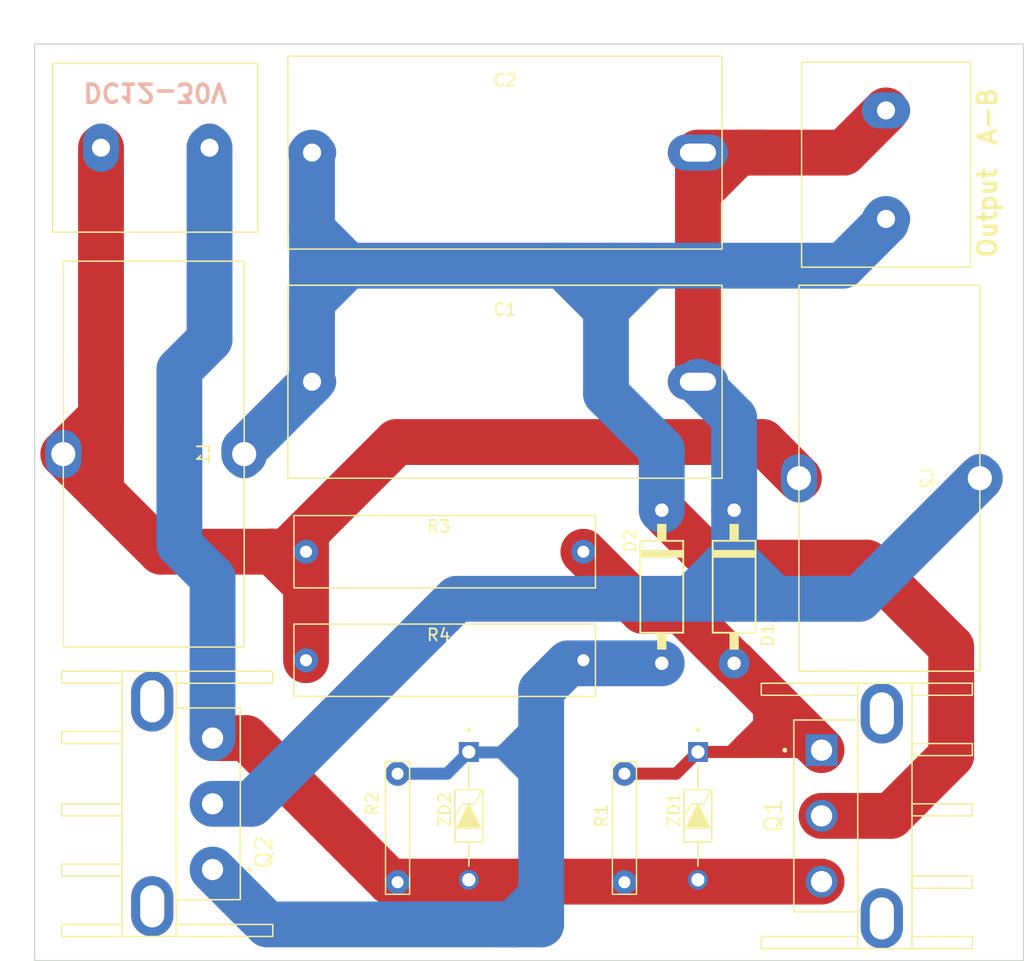
<source format=kicad_pcb>
(kicad_pcb (version 20221018) (generator pcbnew)
  (layers (0 "F.Cu" signal) (31 "B.Cu" signal) (34 "B.Paste" user) (35 "F.Paste" user) (36 "B.SilkS" user "B.Silkscreen") (37 "F.SilkS" user "F.Silkscreen") (38 "B.Mask" user) (39 "F.Mask" user) (44 "Edge.Cuts" user))
  (net 0 "")
  (net 1 "VIN")
  (net 2 "GND")
  (net 3 "Net-(D1-PadA)")
  (net 4 "Net-(D2-PadA)")
  (net 5 "Net-(C1-Pad1)")
  (net 6 "Net-(C1-Pad2)")
  (footprint "FR207:DO15-12" (layer "F.Cu") (at 154.625 105 -90)
    (fp_text reference "D2" (at -3.81 2.625 90) (layer "F.SilkS"))
    (fp_text value "FR207")
    (fp_line (start -3.81 -1.778) (end -3.81 1.778) (stroke (width 0.1524)) (layer "F.SilkS"))
    (fp_line (start -3.81 1.778) (end 3.81 1.778) (stroke (width 0.1524)) (layer "F.SilkS"))
    (fp_line (start 3.81 -1.778) (end -3.81 -1.778) (stroke (width 0.1524)) (layer "F.SilkS"))
    (fp_line (start 3.81 1.778) (end 3.81 -1.778) (stroke (width 0.1524)) (layer "F.SilkS"))
    (fp_poly (pts (xy -5.207 -0.381) (xy -3.81 -0.381) (xy -3.81 0.381) (xy -5.207 0.381)) (stroke (width 0.01)) (fill solid) (layer "F.SilkS"))
    (fp_poly (pts (xy -3.048 -1.778) (xy -2.413 -1.778) (xy -2.413 1.778) (xy -3.048 1.778)) (stroke (width 0.01)) (fill solid) (layer "F.SilkS"))
    (fp_poly (pts (xy 3.81 -0.381) (xy 5.207 -0.381) (xy 5.207 0.381) (xy 3.81 0.381)) (stroke (width 0.01)) (fill solid) (layer "F.SilkS"))
    (pad "A" thru_hole circle (at 6.35 0 270) (size 2.54 2.54) (drill 1.1176) (layers "*.Cu" "*.Mask") (net 4 "Net-(D2-PadA)"))
    (pad "C" thru_hole circle (at -6.35 0 270) (size 2.54 2.54) (drill 1.1176) (layers "*.Cu" "*.Mask") (net 6 "Net-(C1-Pad2)"))
  )
  (footprint "Custom:MKPH_SH_0.3uF" (layer "F.Cu") (at 141.625 100 180)
    (fp_text reference "C1" (at 0 18 unlocked) (layer "F.SilkS"))
    (fp_text value "0.3uF")
    (fp_rect (start -18 4) (end 18 20) (stroke (width 0.12)) (fill none) (layer "F.SilkS"))
    (pad "1" thru_hole oval (at -16 12 180) (size 5 3) (drill oval 3 1.5) (layers "*.Cu" "*.Mask") (net 5 "Net-(C1-Pad1)"))
    (pad "2" thru_hole oval (at 16 12 180) (size 4 3) (drill 1.5) (layers "*.Cu" "*.Mask") (net 6 "Net-(C1-Pad2)"))
  )
  (footprint "IRFP250N:TO545P1590X530X2460-3" (layer "F.Cu") (at 167.875 124 -90)
    (fp_text reference "Q1" (at 0 4 90) (layer "F.SilkS") (effects (font (size 1.4 1.4))))
    (fp_text value "IRFP250N" hide)
    (fp_line (start -7.95 -3) (end 7.95 -3) (stroke (width 0.127)) (layer "F.SilkS"))
    (fp_line (start -7.95 2.3) (end -7.95 -3) (stroke (width 0.127)) (layer "F.SilkS"))
    (fp_line (start 7.95 -3) (end 7.95 2.3) (stroke (width 0.127)) (layer "F.SilkS"))
    (fp_line (start 7.95 2.3) (end -7.95 2.3) (stroke (width 0.127)) (layer "F.SilkS"))
    (fp_rect (start -11 -12.5) (end -10 -7.5) (stroke (width 0.12)) (fill none) (layer "F.SilkS"))
    (fp_rect (start -11 -7.5) (end 11 -3) (stroke (width 0.12)) (fill none) (layer "F.SilkS"))
    (fp_rect (start -10 -3) (end -11 5) (stroke (width 0.12)) (fill none) (layer "F.SilkS"))
    (fp_rect (start -6 -12.5) (end -5 -7.5) (stroke (width 0.12)) (fill none) (layer "F.SilkS"))
    (fp_rect (start -1 -12.5) (end 0 -7.5) (stroke (width 0.12)) (fill none) (layer "F.SilkS"))
    (fp_rect (start 5 -12.5) (end 6 -7.5) (stroke (width 0.12)) (fill none) (layer "F.SilkS"))
    (fp_rect (start 10 -12.5) (end 11 -7.5) (stroke (width 0.12)) (fill none) (layer "F.SilkS"))
    (fp_rect (start 10 -3) (end 11 5) (stroke (width 0.12)) (fill none) (layer "F.SilkS"))
    (fp_circle (center -5.45 3.05) (end -5.35 3.05) (stroke (width 0.2)) (fill none) (layer "F.SilkS"))
    (pad "1" thru_hole rect (at -5.45 0 270) (size 2.64 2.64) (drill 1.76) (layers "*.Cu" "*.Mask") (net 3 "Net-(D1-PadA)"))
    (pad "2" thru_hole circle (at 0 0 270) (size 2.64 2.64) (drill 1.76) (layers "*.Cu" "*.Mask") (net 6 "Net-(C1-Pad2)"))
    (pad "3" thru_hole circle (at 5.45 0 270) (size 2.64 2.64) (drill 1.76) (layers "*.Cu" "*.Mask") (net 2 "GND"))
    (pad "4" thru_hole oval (at -8.5 -5 270) (size 5 3.5) (drill oval 3.5 2) (layers "*.Cu" "*.Mask"))
    (pad "5" thru_hole oval (at 8.5 -5 270) (size 5 3.5) (drill oval 3.5 2) (layers "*.Cu" "*.Mask"))
  )
  (footprint "Custom:Inductor_0.1mH" (layer "F.Cu") (at 100 94 90)
    (fp_text reference "L1" (at 0 16.625 90 unlocked) (layer "F.SilkS") (effects (justify mirror)))
    (fp_text value "0.1mH")
    (fp_rect (start -16 5) (end 16 20) (stroke (width 0.12)) (fill none) (layer "F.SilkS"))
    (pad "1" thru_hole oval (at 0 5 90) (size 4 3) (drill 2) (layers "*.Cu" "*.Mask") (net 1 "VIN"))
    (pad "2" thru_hole oval (at 0 20 90) (size 4 3) (drill 2) (layers "*.Cu" "*.Mask") (net 6 "Net-(C1-Pad2)"))
  )
  (footprint "Custom:Inductor_0.1mH" (layer "F.Cu") (at 161 96 90)
    (fp_text reference "L2" (at 0 15.625 90 unlocked) (layer "F.SilkS") (effects (justify mirror)))
    (fp_text value "0.1mH")
    (fp_rect (start -16 5) (end 16 20) (stroke (width 0.12)) (fill none) (layer "F.SilkS"))
    (pad "1" thru_hole oval (at 0 5 90) (size 4 3) (drill 2) (layers "*.Cu" "*.Mask") (net 1 "VIN"))
    (pad "2" thru_hole oval (at 0 20 90) (size 4 3) (drill 2) (layers "*.Cu" "*.Mask") (net 5 "Net-(C1-Pad1)"))
  )
  (footprint "Custom:MKPH_SH_0.3uF" (layer "F.Cu") (at 141.625 81 180)
    (fp_text reference "C2" (at 0 18 unlocked) (layer "F.SilkS"))
    (fp_text value "0.3uF")
    (fp_rect (start -18 4) (end 18 20) (stroke (width 0.12)) (fill none) (layer "F.SilkS"))
    (pad "1" thru_hole oval (at -16 12 180) (size 5 3) (drill oval 3 1.5) (layers "*.Cu" "*.Mask") (net 5 "Net-(C1-Pad1)"))
    (pad "2" thru_hole oval (at 16 12 180) (size 4 3) (drill 1.5) (layers "*.Cu" "*.Mask") (net 6 "Net-(C1-Pad2)"))
  )
  (footprint "1N4742A:DIOAD1060W70L435D230" (layer "F.Cu") (at 138.625 124 -90)
    (fp_text reference "ZD2" (at -0.5 2 90) (layer "F.SilkS"))
    (fp_text value "1N4742A" hide)
    (fp_line (start -2.175 -1.15) (end -2.175 0) (stroke (width 0.127)) (layer "F.SilkS"))
    (fp_line (start -2.175 0) (end -4.155 0) (stroke (width 0.127)) (layer "F.SilkS"))
    (fp_line (start -2.175 0) (end -2.175 1.15) (stroke (width 0.127)) (layer "F.SilkS"))
    (fp_line (start -2.175 1.15) (end 2.175 1.15) (stroke (width 0.127)) (layer "F.SilkS"))
    (fp_line (start -2 -1) (end -1 -0.5) (stroke (width 0.12)) (layer "F.SilkS"))
    (fp_line (start -1 -0.5) (end -1 0) (stroke (width 0.12)) (layer "F.SilkS"))
    (fp_line (start -1 0) (end -1 0.5) (stroke (width 0.12)) (layer "F.SilkS"))
    (fp_line (start -1 0.5) (end 0 1.15) (stroke (width 0.12)) (layer "F.SilkS"))
    (fp_line (start 2.175 -1.15) (end -2.175 -1.15) (stroke (width 0.127)) (layer "F.SilkS"))
    (fp_line (start 2.175 0) (end 2.175 -1.15) (stroke (width 0.127)) (layer "F.SilkS"))
    (fp_line (start 2.175 0) (end 4.155 0) (stroke (width 0.127)) (layer "F.SilkS"))
    (fp_line (start 2.175 1.15) (end 2.175 0) (stroke (width 0.127)) (layer "F.SilkS"))
    (fp_circle (center -7.125 0) (end -7.025 0) (stroke (width 0.2)) (fill none) (layer "F.SilkS"))
    (fp_poly (pts (xy 1 1) (xy -1 0) (xy 1 -1)) (stroke (width 0.12)) (fill solid) (layer "F.SilkS"))
    (pad "A" thru_hole circle (at 5.3 0 270) (size 1.65 1.65) (drill 1.1) (layers "*.Cu" "*.Mask") (net 2 "GND"))
    (pad "C" thru_hole rect (at -5.3 0 270) (size 1.65 1.65) (drill 1.1) (layers "*.Cu" "*.Mask") (net 4 "Net-(D2-PadA)"))
  )
  (footprint "Custom:x2_Hub" (layer "F.Cu") (at 161.22 69.5 90)
    (fp_text reference "J2" hide)
    (fp_text value "Conn_01x02_Female" hide)
    (fp_rect (start -9 5) (end 8 19) (stroke (width 0.12)) (fill none) (layer "F.SilkS"))
    (pad "1" thru_hole oval (at -5 12 90) (size 3 4) (drill 1.5) (layers "*.Cu" "*.Mask") (net 6 "Net-(C1-Pad2)"))
    (pad "2" thru_hole oval (at 4 12 90) (size 3 4) (drill 1.5) (layers "*.Cu" "*.Mask") (net 5 "Net-(C1-Pad1)"))
  )
  (footprint "FR207:DO15-12" (layer "F.Cu") (at 160.625 105 -90)
    (fp_text reference "D1" (at 4 -2.794 90) (layer "F.SilkS"))
    (fp_text value "FR207")
    (fp_line (start -3.81 -1.778) (end -3.81 1.778) (stroke (width 0.1524)) (layer "F.SilkS"))
    (fp_line (start -3.81 1.778) (end 3.81 1.778) (stroke (width 0.1524)) (layer "F.SilkS"))
    (fp_line (start 3.81 -1.778) (end -3.81 -1.778) (stroke (width 0.1524)) (layer "F.SilkS"))
    (fp_line (start 3.81 1.778) (end 3.81 -1.778) (stroke (width 0.1524)) (layer "F.SilkS"))
    (fp_poly (pts (xy -5.207 -0.381) (xy -3.81 -0.381) (xy -3.81 0.381) (xy -5.207 0.381)) (stroke (width 0.01)) (fill solid) (layer "F.SilkS"))
    (fp_poly (pts (xy -3.048 -1.778) (xy -2.413 -1.778) (xy -2.413 1.778) (xy -3.048 1.778)) (stroke (width 0.01)) (fill solid) (layer "F.SilkS"))
    (fp_poly (pts (xy 3.81 -0.381) (xy 5.207 -0.381) (xy 5.207 0.381) (xy 3.81 0.381)) (stroke (width 0.01)) (fill solid) (layer "F.SilkS"))
    (pad "A" thru_hole circle (at 6.35 0 270) (size 2.54 2.54) (drill 1.1176) (layers "*.Cu" "*.Mask") (net 3 "Net-(D1-PadA)"))
    (pad "C" thru_hole circle (at -6.35 0 270) (size 2.54 2.54) (drill 1.1176) (layers "*.Cu" "*.Mask") (net 5 "Net-(C1-Pad1)"))
  )
  (footprint "Custom:1-4W_Resistor" (layer "F.Cu") (at 156.53 125.5 -90)
    (fp_text reference "R1" (at -1.5 6.905 90 unlocked) (layer "F.SilkS"))
    (fp_text value "10KΩ")
    (fp_rect (start -6 4) (end 5 6) (stroke (width 0.12)) (fill none) (layer "F.SilkS"))
    (pad "1" thru_hole circle (at -5 5 270) (size 2 2) (drill 1) (layers "*.Cu" "*.Mask") (net 3 "Net-(D1-PadA)"))
    (pad "2" thru_hole circle (at 4 5 270) (size 2 2) (drill 1) (layers "*.Cu" "*.Mask") (net 2 "GND"))
  )
  (footprint "Custom:1W_Resistor" (layer "F.Cu") (at 136.125 104.095)
    (fp_text reference "R4" (at 0 4.905 unlocked) (layer "F.SilkS"))
    (fp_text value "470Ω")
    (fp_rect (start -12 4) (end 13 10) (stroke (width 0.12)) (fill none) (layer "F.SilkS"))
    (pad "1" thru_hole circle (at -11 7) (size 2 2) (drill 1) (layers "*.Cu" "*.Mask") (net 1 "VIN"))
    (pad "2" thru_hole circle (at 12 7) (size 2 2) (drill 1) (layers "*.Cu" "*.Mask") (net 4 "Net-(D2-PadA)"))
  )
  (footprint "Custom:x2_Hub" (layer "F.Cu") (at 113.125 56.595)
    (fp_text reference "J1" hide)
    (fp_text value "Conn_01x02_Female" hide)
    (fp_rect (start -9 5) (end 8 19) (stroke (width 0.12)) (fill none) (layer "F.SilkS"))
    (pad "1" thru_hole oval (at -5 12) (size 3 4) (drill 1.5) (layers "*.Cu" "*.Mask") (net 1 "VIN"))
    (pad "2" thru_hole oval (at 4 12) (size 3 4) (drill 1.5) (layers "*.Cu" "*.Mask") (net 2 "GND"))
  )
  (footprint "1N4742A:DIOAD1060W70L435D230" (layer "F.Cu") (at 157.625 124 -90)
    (fp_text reference "ZD1" (at -0.5 2 90) (layer "F.SilkS"))
    (fp_text value "1N4742A" hide)
    (fp_line (start -2.175 -1.15) (end -2.175 0) (stroke (width 0.127)) (layer "F.SilkS"))
    (fp_line (start -2.175 0) (end -4.155 0) (stroke (width 0.127)) (layer "F.SilkS"))
    (fp_line (start -2.175 0) (end -2.175 1.15) (stroke (width 0.127)) (layer "F.SilkS"))
    (fp_line (start -2.175 1.15) (end 2.175 1.15) (stroke (width 0.127)) (layer "F.SilkS"))
    (fp_line (start -2 -1) (end -1 -0.5) (stroke (width 0.12)) (layer "F.SilkS"))
    (fp_line (start -1 -0.5) (end -1 0) (stroke (width 0.12)) (layer "F.SilkS"))
    (fp_line (start -1 0) (end -1 0.5) (stroke (width 0.12)) (layer "F.SilkS"))
    (fp_line (start -1 0.5) (end 0 1.15) (stroke (width 0.12)) (layer "F.SilkS"))
    (fp_line (start 2.175 -1.15) (end -2.175 -1.15) (stroke (width 0.127)) (layer "F.SilkS"))
    (fp_line (start 2.175 0) (end 2.175 -1.15) (stroke (width 0.127)) (layer "F.SilkS"))
    (fp_line (start 2.175 0) (end 4.155 0) (stroke (width 0.127)) (layer "F.SilkS"))
    (fp_line (start 2.175 1.15) (end 2.175 0) (stroke (width 0.127)) (layer "F.SilkS"))
    (fp_circle (center -7.125 0) (end -7.025 0) (stroke (width 0.2)) (fill none) (layer "F.SilkS"))
    (fp_poly (pts (xy 1 1) (xy -1 0) (xy 1 -1)) (stroke (width 0.12)) (fill solid) (layer "F.SilkS"))
    (pad "A" thru_hole circle (at 5.3 0 270) (size 1.65 1.65) (drill 1.1) (layers "*.Cu" "*.Mask") (net 2 "GND"))
    (pad "C" thru_hole rect (at -5.3 0 270) (size 1.65 1.65) (drill 1.1) (layers "*.Cu" "*.Mask") (net 3 "Net-(D1-PadA)"))
  )
  (footprint "IRFP250N:TO545P1590X530X2460-3" (layer "F.Cu") (at 117.375 123 90)
    (fp_text reference "Q2" (at -4 4.25 90) (layer "F.SilkS") (effects (font (size 1.4 1.4))))
    (fp_text value "IRFP250N" hide)
    (fp_line (start -7.95 -3) (end 7.95 -3) (stroke (width 0.127)) (layer "F.SilkS"))
    (fp_line (start -7.95 2.3) (end -7.95 -3) (stroke (width 0.127)) (layer "F.SilkS"))
    (fp_line (start 7.95 -3) (end 7.95 2.3) (stroke (width 0.127)) (layer "F.SilkS"))
    (fp_line (start 7.95 2.3) (end -7.95 2.3) (stroke (width 0.127)) (layer "F.SilkS"))
    (fp_rect (start -11 -12.5) (end -10 -7.5) (stroke (width 0.12)) (fill none) (layer "F.SilkS"))
    (fp_rect (start -11 -7.5) (end 11 -3) (stroke (width 0.12)) (fill none) (layer "F.SilkS"))
    (fp_rect (start -10 -3) (end -11 5) (stroke (width 0.12)) (fill none) (layer "F.SilkS"))
    (fp_rect (start -6 -12.5) (end -5 -7.5) (stroke (width 0.12)) (fill none) (layer "F.SilkS"))
    (fp_rect (start -1 -12.5) (end 0 -7.5) (stroke (width 0.12)) (fill none) (layer "F.SilkS"))
    (fp_rect (start 5 -12.5) (end 6 -7.5) (stroke (width 0.12)) (fill none) (layer "F.SilkS"))
    (fp_rect (start 10 -12.5) (end 11 -7.5) (stroke (width 0.12)) (fill none) (layer "F.SilkS"))
    (fp_rect (start 10 -3) (end 11 5) (stroke (width 0.12)) (fill none) (layer "F.SilkS"))
    (fp_circle (center -5.45 3.05) (end -5.35 3.05) (stroke (width 0.2)) (fill none) (layer "F.SilkS"))
    (pad "1" thru_hole rect (at -5.45 0 90) (size 2.64 2.64) (drill 1.76) (layers "*.Cu" "*.Mask") (net 4 "Net-(D2-PadA)"))
    (pad "2" thru_hole circle (at 0 0 90) (size 2.64 2.64) (drill 1.76) (layers "*.Cu" "*.Mask") (net 5 "Net-(C1-Pad1)"))
    (pad "3" thru_hole circle (at 5.45 0 90) (size 2.64 2.64) (drill 1.76) (layers "*.Cu" "*.Mask") (net 2 "GND"))
    (pad "4" thru_hole oval (at -8.5 -5 90) (size 5 3.5) (drill oval 3.5 2) (layers "*.Cu" "*.Mask"))
    (pad "5" thru_hole oval (at 8.5 -5 90) (size 5 3.5) (drill oval 3.5 2) (layers "*.Cu" "*.Mask"))
  )
  (footprint "Custom:1-4W_Resistor" (layer "F.Cu") (at 127.72 124.5 90)
    (fp_text reference "R2" (at 1.5 2.905 90 unlocked) (layer "F.SilkS"))
    (fp_text value "10KΩ")
    (fp_rect (start -6 4) (end 5 6) (stroke (width 0.12)) (fill none) (layer "F.SilkS"))
    (pad "1" thru_hole circle (at -5 5 90) (size 2 2) (drill 1) (layers "*.Cu" "*.Mask") (net 2 "GND"))
    (pad "2" thru_hole circle (at 4 5 90) (size 2 2) (drill 1) (layers "*.Cu" "*.Mask") (net 4 "Net-(D2-PadA)"))
  )
  (footprint "Custom:1W_Resistor" (layer "F.Cu") (at 136.125 95.095)
    (fp_text reference "R3" (at 0 4.905 unlocked) (layer "F.SilkS"))
    (fp_text value "470Ω")
    (fp_rect (start -12 4) (end 13 10) (stroke (width 0.12)) (fill none) (layer "F.SilkS"))
    (pad "1" thru_hole circle (at -11 7) (size 2 2) (drill 1) (layers "*.Cu" "*.Mask") (net 1 "VIN"))
    (pad "2" thru_hole circle (at 12 7) (size 2 2) (drill 1) (layers "*.Cu" "*.Mask") (net 3 "Net-(D1-PadA)"))
  )
  (gr_rect (start 102.625 60) (end 184.625 136) (stroke (width 0.1)) (fill none) (layer "Edge.Cuts"))
  (gr_text "DC12-30V" (at 112.625 64 180) (layer "B.SilkS") (effects (font (size 1.5 1.5) (thickness 0.3)) (justify mirror)))
  (gr_text "A-B" (at 181.625 66 -270) (layer "F.SilkS") (effects (font (size 1.5 1.5) (thickness 0.3))))
  (gr_text "Output" (at 181.625 74 -270) (layer "F.SilkS") (effects (font (size 1.5 1.5) (thickness 0.3))))
  (segment (start 108.125 86.875) (end 108.125 90.875) (width 3.8) (layer "F.Cu") (net 1))
  (segment (start 125.125 104.875) (end 125.125 111.095) (width 3.8) (layer "F.Cu") (net 1))
  (segment (start 125.125 102.095) (end 122.095 102.095) (width 3.8) (layer "F.Cu") (net 1))
  (segment (start 108.125 68.595) (end 108.125 86.875) (width 3.8) (layer "F.Cu") (net 1))
  (segment (start 122.095 102.095) (end 123.53 102.095) (width 3.8) (layer "F.Cu") (net 1))
  (segment (start 113.095 102.095) (end 111.5 100.5) (width 3.8) (layer "F.Cu") (net 1))
  (segment (start 122.095 102.095) (end 122.345 102.095) (width 3.8) (layer "F.Cu") (net 1))
  (segment (start 108.125 97.125) (end 111.5 100.5) (width 3.8) (layer "F.Cu") (net 1))
  (segment (start 125.125 102.095) (end 125.125 104.875) (width 3.8) (layer "F.Cu") (net 1))
  (segment (start 122.095 102.095) (end 113.095 102.095) (width 3.8) (layer "F.Cu") (net 1))
  (segment (start 132.625 93) (end 163 93) (width 3.8) (layer "F.Cu") (net 1))
  (segment (start 123.53 102.095) (end 125.125 100.5) (width 3.8) (layer "F.Cu") (net 1))
  (segment (start 163 93) (end 166 96) (width 3.8) (layer "F.Cu") (net 1))
  (segment (start 125.125 100.5) (end 132.625 93) (width 3.8) (layer "F.Cu") (net 1))
  (segment (start 108.125 90.875) (end 105 94) (width 3.8) (layer "F.Cu") (net 1))
  (segment (start 122.345 102.095) (end 125.125 104.875) (width 3.8) (layer "F.Cu") (net 1))
  (segment (start 125.125 102.095) (end 125.125 100.5) (width 3.8) (layer "F.Cu") (net 1))
  (segment (start 111.5 100.5) (end 105 94) (width 3.8) (layer "F.Cu") (net 1))
  (segment (start 108.125 86.875) (end 108.125 97.125) (width 3.8) (layer "F.Cu") (net 1))
  (segment (start 120.175 117.55) (end 132.075 129.45) (width 3.8) (layer "F.Cu") (net 2))
  (segment (start 117.375 117.55) (end 120.175 117.55) (width 3.8) (layer "F.Cu") (net 2))
  (segment (start 132.075 129.45) (end 167.875 129.45) (width 3.8) (layer "F.Cu") (net 2))
  (segment (start 114.625 101.5) (end 117.375 104.25) (width 3.8) (layer "B.Cu") (net 2))
  (segment (start 117.125 84.5) (end 114.625 87) (width 3.8) (layer "B.Cu") (net 2))
  (segment (start 114.625 87) (end 114.625 101.5) (width 3.8) (layer "B.Cu") (net 2))
  (segment (start 117.375 104.25) (end 117.375 117.55) (width 3.8) (layer "B.Cu") (net 2))
  (segment (start 117.125 68.595) (end 117.125 84.5) (width 3.8) (layer "B.Cu") (net 2))
  (segment (start 164.3 118.325) (end 165.975 116.65) (width 1) (layer "F.Cu") (net 3))
  (segment (start 164.3 118.7) (end 164.3 118.325) (width 1) (layer "F.Cu") (net 3))
  (segment (start 160.625 111.35) (end 160.675 111.35) (width 3.8) (layer "F.Cu") (net 3))
  (segment (start 163.7 115.7) (end 163.7 114.375) (width 1) (layer "F.Cu") (net 3))
  (segment (start 162.7 118.7) (end 163.7 118.7) (width 1) (layer "F.Cu") (net 3))
  (segment (start 155.825 120.5) (end 157.625 118.7) (width 1) (layer "F.Cu") (net 3))
  (segment (start 163.7 116.7) (end 161.7 118.7) (width 1) (layer "F.Cu") (net 3))
  (segment (start 164.3 118.325) (end 163.7 117.725) (width 1) (layer "F.Cu") (net 3))
  (segment (start 165.975 116.65) (end 167.875 118.55) (width 3.8) (layer "F.Cu") (net 3))
  (segment (start 162.725 118.7) (end 163.7 117.725) (width 1) (layer "F.Cu") (net 3))
  (segment (start 160.675 111.35) (end 163.6625 114.3375) (width 3.8) (layer "F.Cu") (net 3))
  (segment (start 162.7 117.7) (end 162.7 115.3) (width 1) (layer "F.Cu") (net 3))
  (segment (start 162.7 118.7) (end 162.725 118.7) (width 1) (layer "F.Cu") (net 3))
  (segment (start 161.275 117.725) (end 163.7 117.725) (width 1) (layer "F.Cu") (net 3))
  (segment (start 162.7 115.3) (end 163.6625 114.3375) (width 1) (layer "F.Cu") (net 3))
  (segment (start 163.7 118.7) (end 164.3 118.7) (width 1) (layer "F.Cu") (net 3))
  (segment (start 163.6625 115.3375) (end 163.6625 114.3375) (width 1) (layer "F.Cu") (net 3))
  (segment (start 163.6625 114.3375) (end 165.975 116.65) (width 3.8) (layer "F.Cu") (net 3))
  (segment (start 161.7 118.7) (end 162.7 117.7) (width 1) (layer "F.Cu") (net 3))
  (segment (start 164.3 118.7) (end 167.725 118.7) (width 1) (layer "F.Cu") (net 3))
  (segment (start 162.7 118.7) (end 162.7 117.7) (width 1) (layer "F.Cu") (net 3))
  (segment (start 151.53 120.5) (end 155.825 120.5) (width 1) (layer "F.Cu") (net 3))
  (segment (start 160.3 118.7) (end 161.7 118.7) (width 1) (layer "F.Cu") (net 3))
  (segment (start 161 118) (end 161.275 117.725) (width 1) (layer "F.Cu") (net 3))
  (segment (start 163.7 114.375) (end 163.6625 114.3375) (width 1) (layer "F.Cu") (net 3))
  (segment (start 163.7 116.7) (end 163.7 115.7) (width 1) (layer "F.Cu") (net 3))
  (segment (start 148.125 102.095) (end 153.03 107) (width 3.8) (layer "F.Cu") (net 3))
  (segment (start 153.03 107) (end 156.275 107) (width 3.8) (layer "F.Cu") (net 3))
  (segment (start 156.275 107) (end 160.625 111.35) (width 3.8) (layer "F.Cu") (net 3))
  (segment (start 157.625 118.7) (end 160.3 118.7) (width 1) (layer "F.Cu") (net 3))
  (segment (start 163.7 117.725) (end 163.7 115.7) (width 1) (layer "F.Cu") (net 3))
  (segment (start 161.7 118.7) (end 162.7 118.7) (width 1) (layer "F.Cu") (net 3))
  (segment (start 162.7 117.7) (end 163.7 116.7) (width 1) (layer "F.Cu") (net 3))
  (segment (start 160.3 118.7) (end 161 118) (width 1) (layer "F.Cu") (net 3))
  (segment (start 167.725 118.7) (end 167.875 118.55) (width 1) (layer "F.Cu") (net 3))
  (segment (start 161 118) (end 163.6625 115.3375) (width 1) (layer "F.Cu") (net 3))
  (segment (start 163.7 118.7) (end 163.7 116.7) (width 1) (layer "F.Cu") (net 3))
  (segment (start 144 118) (end 144.625 118) (width 1) (layer "B.Cu") (net 4))
  (segment (start 132.72 120.5) (end 136.825 120.5) (width 1) (layer "B.Cu") (net 4))
  (segment (start 144.625 120.625) (end 144.625 118) (width 3.8) (layer "B.Cu") (net 4))
  (segment (start 144.625 133) (end 144.625 120.625) (width 3.8) (layer "B.Cu") (net 4))
  (segment (start 146.87 111.35) (end 145.9225 112.2975) (width 3.8) (layer "B.Cu") (net 4))
  (segment (start 142.25 133) (end 144.625 130.625) (width 3.8) (layer "B.Cu") (net 4))
  (segment (start 138.663481 118.738481) (end 141.261519 118.738481) (width 1) (layer "B.Cu") (net 4))
  (segment (start 154.625 111.35) (end 146.87 111.35) (width 3.8) (layer "B.Cu") (net 4))
  (segment (start 117.375 128.45) (end 121.925 133) (width 3.8) (layer "B.Cu") (net 4))
  (segment (start 145.9225 112.2975) (end 144.625 113.595) (width 3.8) (layer "B.Cu") (net 4))
  (segment (start 141 133) (end 142.25 133) (width 3.8) (layer "B.Cu") (net 4))
  (segment (start 144.625 113.595) (end 144.625 115.375) (width 3.8) (layer "B.Cu") (net 4))
  (segment (start 142.261519 119.738481) (end 144 118) (width 1) (layer "B.Cu") (net 4))
  (segment (start 143.148038 120.625) (end 144.625 120.625) (width 1) (layer "B.Cu") (net 4))
  (segment (start 142.261519 119.738481) (end 143.148038 120.625) (width 1) (layer "B.Cu") (net 4))
  (segment (start 141.261519 118.738481) (end 142.261519 119.738481) (width 1) (layer "B.Cu") (net 4))
  (segment (start 141.261519 118.738481) (end 143.886519 118.738481) (width 1) (layer "B.Cu") (net 4))
  (segment (start 143 118) (end 142.5 118.5) (width 1) (layer "B.Cu") (net 4))
  (segment (start 144.625 115.375) (end 144.625 118) (width 3.8) (layer "B.Cu") (net 4))
  (segment (start 138.625 118.7) (end 138.663481 118.738481) (width 1) (layer "B.Cu") (net 4))
  (segment (start 136.825 120.5) (end 138.625 118.7) (width 1) (layer "B.Cu") (net 4))
  (segment (start 141.5 118.5) (end 144.625 115.375) (width 1) (layer "B.Cu") (net 4))
  (segment (start 144.325 117.7) (end 144.625 118) (width 1) (layer "B.Cu") (net 4))
  (segment (start 141.5 118.5) (end 142.5 118.5) (width 1) (layer "B.Cu") (net 4))
  (segment (start 141 133) (end 144.625 133) (width 3.8) (layer "B.Cu") (net 4))
  (segment (start 141.261519 118.738481) (end 141.5 118.5) (width 1) (layer "B.Cu") (net 4))
  (segment (start 143.886519 118.738481) (end 144.625 118) (width 1) (layer "B.Cu") (net 4))
  (segment (start 144.625 118) (end 143 118) (width 1) (layer "B.Cu") (net 4))
  (segment (start 121.925 133) (end 141 133) (width 3.8) (layer "B.Cu") (net 4))
  (segment (start 157.625 88) (end 157.625 72.375) (width 3.8) (layer "F.Cu") (net 5))
  (segment (start 161 69) (end 163 69) (width 3.8) (layer "F.Cu") (net 5))
  (segment (start 157.625 72.375) (end 161 69) (width 3.8) (layer "F.Cu") (net 5))
  (segment (start 163 69) (end 169.72 69) (width 3.8) (layer "F.Cu") (net 5))
  (segment (start 157.625 72.375) (end 157.625 69) (width 3.8) (layer "F.Cu") (net 5))
  (segment (start 157.625 69) (end 163 69) (width 3.8) (layer "F.Cu") (net 5))
  (segment (start 169.72 69) (end 173.22 65.5) (width 3.8) (layer "F.Cu") (net 5))
  (segment (start 160.625 102.625) (end 164 106) (width 3.8) (layer "B.Cu") (net 5))
  (segment (start 160.625 102.375) (end 160.625 98.65) (width 3.8) (layer "B.Cu") (net 5))
  (segment (start 171 106) (end 164 106) (width 3.8) (layer "B.Cu") (net 5))
  (segment (start 157 106) (end 160.625 106) (width 3.8) (layer "B.Cu") (net 5))
  (segment (start 160.625 102.375) (end 157 106) (width 3.8) (layer "B.Cu") (net 5))
  (segment (start 160.625 102.375) (end 160.625 102.625) (width 3.8) (layer "B.Cu") (net 5))
  (segment (start 160.625 91) (end 157.625 88) (width 3.8) (layer "B.Cu") (net 5))
  (segment (start 137.625 106) (end 157 106) (width 3.8) (layer "B.Cu") (net 5))
  (segment (start 164 106) (end 160.625 106) (width 3.8) (layer "B.Cu") (net 5))
  (segment (start 120.625 123) (end 137.625 106) (width 3.8) (layer "B.Cu") (net 5))
  (segment (start 160.625 106) (end 160.625 102.375) (width 3.8) (layer "B.Cu") (net 5))
  (segment (start 160.625 98.65) (end 160.625 91) (width 3.8) (layer "B.Cu") (net 5))
  (segment (start 117.375 123) (end 120.625 123) (width 3.8) (layer "B.Cu") (net 5))
  (segment (start 181 96) (end 171 106) (width 3.8) (layer "B.Cu") (net 5))
  (segment (start 171.625 103) (end 158.975 103) (width 3.8) (layer "F.Cu") (net 6))
  (segment (start 158.975 103) (end 154.625 98.65) (width 3.8) (layer "F.Cu") (net 6))
  (segment (start 167.875 124) (end 173.625 124) (width 3.8) (layer "F.Cu") (net 6))
  (segment (start 178.625 110) (end 171.625 103) (width 3.8) (layer "F.Cu") (net 6))
  (segment (start 173.625 124) (end 178.625 119) (width 3.8) (layer "F.Cu") (net 6))
  (segment (start 178.625 119) (end 178.625 110) (width 3.8) (layer "F.Cu") (net 6))
  (segment (start 146.375 78.375) (end 150 82) (width 3.8) (layer "B.Cu") (net 6))
  (segment (start 150 89) (end 150 82) (width 3.8) (layer "B.Cu") (net 6))
  (segment (start 125.625 69) (end 125.625 75.375) (width 3.8) (layer "B.Cu") (net 6))
  (segment (start 153.375 78.375) (end 169.625 78.375) (width 3.8) (layer "B.Cu") (net 6))
  (segment (start 154.625 93.625) (end 150 89) (width 3.8) (layer "B.Cu") (net 6))
  (segment (start 125.625 82.625) (end 125.625 81.375) (width 3.8) (layer "B.Cu") (net 6))
  (segment (start 145.625 78.375) (end 146.375 78.375) (width 3.8) (layer "B.Cu") (net 6))
  (segment (start 125.625 81.375) (end 128.625 78.375) (width 3.8) (layer "B.Cu") (net 6))
  (segment (start 125.625 75.375) (end 128.625 78.375) (width 3.8) (layer "B.Cu") (net 6))
  (segment (start 125.625 78.375) (end 128.625 78.375) (width 3.8) (layer "B.Cu") (net 6))
  (segment (start 169.625 78.375) (end 173.22 74.78) (width 3.8) (layer "B.Cu") (net 6))
  (segment (start 125.625 78.375) (end 125.625 82.625) (width 3.8) (layer "B.Cu") (net 6))
  (segment (start 125.625 75.375) (end 125.625 78.375) (width 3.8) (layer "B.Cu") (net 6))
  (segment (start 128.625 78.375) (end 145.625 78.375) (width 3.8) (layer "B.Cu") (net 6))
  (segment (start 154.625 98.65) (end 154.625 93.625) (width 3.8) (layer "B.Cu") (net 6))
  (segment (start 125.625 82.625) (end 125.625 88) (width 3.8) (layer "B.Cu") (net 6))
  (segment (start 150 79) (end 150.625 78.375) (width 3.8) (layer "B.Cu") (net 6))
  (segment (start 173.22 74.78) (end 173.22 74.5) (width 3.8) (layer "B.Cu") (net 6))
  (segment (start 120 93.625) (end 125.625 88) (width 3.8) (layer "B.Cu") (net 6))
  (segment (start 150 82) (end 150 79) (width 3.8) (layer "B.Cu") (net 6))
  (segment (start 120 94) (end 120 93.625) (width 3.8) (layer "B.Cu") (net 6))
  (segment (start 150 82) (end 153.375 78.625) (width 3.8) (layer "B.Cu") (net 6))
  (segment (start 150.625 78.375) (end 153.375 78.375) (width 3.8) (layer "B.Cu") (net 6))
  (segment (start 145.625 78.375) (end 150.625 78.375) (width 3.8) (layer "B.Cu") (net 6))
  (segment (start 153.375 78.625) (end 153.375 78.375) (width 3.8) (layer "B.Cu") (net 6))
)
</source>
